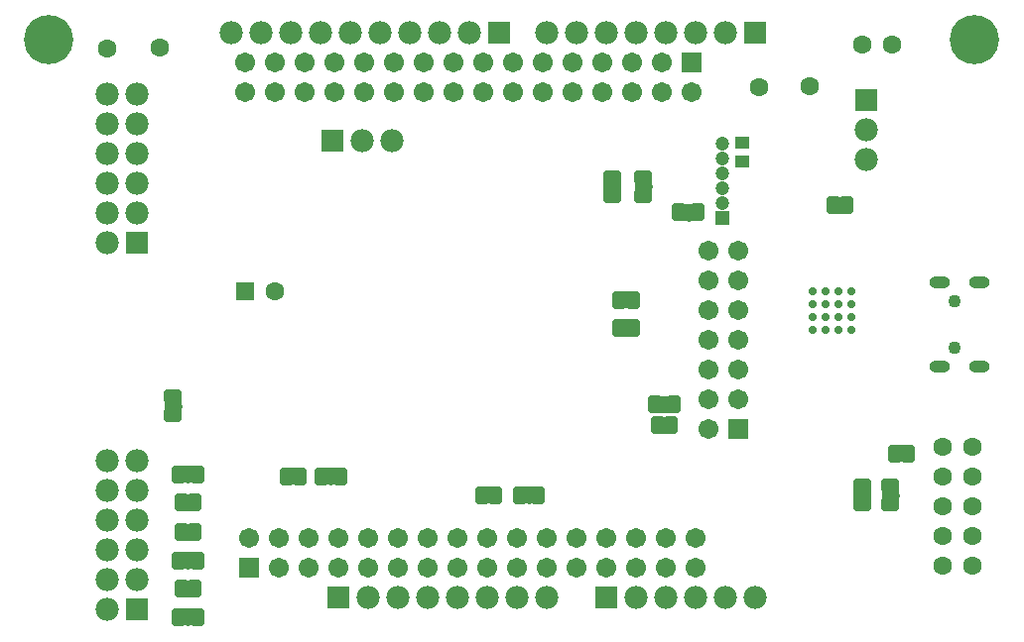
<source format=gbs>
G04 Layer_Color=16711935*
%FSLAX25Y25*%
%MOIN*%
G70*
G01*
G75*
%ADD75C,0.00787*%
%ADD88C,0.03150*%
G04:AMPARAMS|DCode=93|XSize=59.18mil|YSize=43.43mil|CornerRadius=7.54mil|HoleSize=0mil|Usage=FLASHONLY|Rotation=90.000|XOffset=0mil|YOffset=0mil|HoleType=Round|Shape=RoundedRectangle|*
%AMROUNDEDRECTD93*
21,1,0.05918,0.02835,0,0,90.0*
21,1,0.04409,0.04343,0,0,90.0*
1,1,0.01509,0.01417,0.02205*
1,1,0.01509,0.01417,-0.02205*
1,1,0.01509,-0.01417,-0.02205*
1,1,0.01509,-0.01417,0.02205*
%
%ADD93ROUNDEDRECTD93*%
%ADD109R,0.04737X0.04343*%
G04:AMPARAMS|DCode=115|XSize=59.18mil|YSize=43.43mil|CornerRadius=7.54mil|HoleSize=0mil|Usage=FLASHONLY|Rotation=0.000|XOffset=0mil|YOffset=0mil|HoleType=Round|Shape=RoundedRectangle|*
%AMROUNDEDRECTD115*
21,1,0.05918,0.02835,0,0,0.0*
21,1,0.04409,0.04343,0,0,0.0*
1,1,0.01509,0.02205,-0.01417*
1,1,0.01509,-0.02205,-0.01417*
1,1,0.01509,-0.02205,0.01417*
1,1,0.01509,0.02205,0.01417*
%
%ADD115ROUNDEDRECTD115*%
%ADD117C,0.06312*%
%ADD118C,0.06312*%
%ADD119R,0.06312X0.06312*%
%ADD120R,0.06706X0.06706*%
%ADD121C,0.06706*%
%ADD122R,0.07800X0.07800*%
%ADD123C,0.07800*%
%ADD124R,0.07800X0.07800*%
%ADD125C,0.04737*%
%ADD126R,0.04737X0.04737*%
%ADD127O,0.07099X0.03950*%
%ADD128C,0.04343*%
%ADD129R,0.06706X0.06706*%
%ADD130C,0.16548*%
%ADD131C,0.02769*%
D75*
X91733Y126341D02*
X95670D01*
X91733Y131459D02*
X95670D01*
X93800Y126439D02*
Y131459D01*
X104532Y126341D02*
X108468D01*
X104532Y131459D02*
X108468D01*
X171031Y125059D02*
X174969D01*
X171031Y119941D02*
X174969D01*
X216531Y155559D02*
X220468D01*
X216531Y150441D02*
X220468D01*
X224632Y220159D02*
X228569D01*
X224632Y215041D02*
X228569D01*
X214059Y224331D02*
Y228269D01*
X208941Y224331D02*
Y228269D01*
X203559Y224331D02*
Y228269D01*
X198441Y224331D02*
Y228269D01*
X56532Y84059D02*
X60469D01*
X56532Y78941D02*
X60469D01*
X56532Y103059D02*
X60469D01*
X56532Y97941D02*
X60469D01*
X56532Y132059D02*
X60469D01*
X56532Y126941D02*
X60469D01*
X50941Y150531D02*
Y154469D01*
X56059Y150531D02*
Y154469D01*
X291941Y120531D02*
Y124469D01*
X297059Y120531D02*
Y124469D01*
X282441Y120531D02*
Y124469D01*
X287559Y120531D02*
Y124469D01*
X159500Y120039D02*
Y125059D01*
X157433D02*
X161370D01*
X157433Y119941D02*
X161370D01*
X218500Y143441D02*
Y148461D01*
X216630Y143441D02*
X220567D01*
X216630Y148559D02*
X220567D01*
X277500Y217539D02*
Y222559D01*
X275433D02*
X279370D01*
X275433Y217441D02*
X279370D01*
X205600Y176239D02*
Y181259D01*
X203533D02*
X207470D01*
X203533Y176141D02*
X207470D01*
X205600Y185739D02*
Y190759D01*
X203533D02*
X207470D01*
X203533Y185641D02*
X207470D01*
X58500Y88441D02*
Y93461D01*
X56630Y88441D02*
X60567D01*
X56630Y93559D02*
X60567D01*
X58500Y107441D02*
Y112461D01*
X56630Y107441D02*
X60567D01*
X56630Y112559D02*
X60567D01*
X58500Y117441D02*
Y122461D01*
X56630Y117441D02*
X60567D01*
X56630Y122559D02*
X60567D01*
X296330Y139059D02*
X300267D01*
X296330Y133941D02*
X300267D01*
X298200D02*
Y138961D01*
D88*
X106500Y127522D02*
Y130278D01*
X173000Y121122D02*
Y123878D01*
X218500Y151622D02*
Y154378D01*
X226600Y216222D02*
Y218978D01*
X210122Y226300D02*
X212878D01*
X199622D02*
X202378D01*
X58500Y80122D02*
Y82878D01*
Y99122D02*
Y101878D01*
Y128122D02*
Y130878D01*
X52122Y152500D02*
X54878D01*
X293122Y122500D02*
X295878D01*
X283622D02*
X286378D01*
D93*
X96064Y128900D02*
D03*
X91536D02*
D03*
X109650D02*
D03*
X103350D02*
D03*
X169850Y122500D02*
D03*
X176150D02*
D03*
X215350Y153000D02*
D03*
X221650D02*
D03*
X229750Y217600D02*
D03*
X223450D02*
D03*
X55350Y81500D02*
D03*
X61650D02*
D03*
X55350Y100500D02*
D03*
X61650D02*
D03*
X55350Y129500D02*
D03*
X61650D02*
D03*
X157236Y122500D02*
D03*
X161764D02*
D03*
X220764Y146000D02*
D03*
X216236D02*
D03*
X275236Y220000D02*
D03*
X279764D02*
D03*
X203336Y178700D02*
D03*
X207864D02*
D03*
X203336Y188200D02*
D03*
X207864D02*
D03*
X60764Y91000D02*
D03*
X56236D02*
D03*
X60764Y110000D02*
D03*
X56236D02*
D03*
X60764Y120000D02*
D03*
X56236D02*
D03*
X295936Y136500D02*
D03*
X300464D02*
D03*
D109*
X244600Y240950D02*
D03*
Y234650D02*
D03*
D115*
X211500Y229450D02*
D03*
Y223150D02*
D03*
X201000Y229450D02*
D03*
Y223150D02*
D03*
X53500Y149350D02*
D03*
Y155650D02*
D03*
X294500Y119350D02*
D03*
Y125650D02*
D03*
X285000Y119350D02*
D03*
Y125650D02*
D03*
D117*
X295000Y274240D02*
D03*
X285000D02*
D03*
D118*
X312000Y108740D02*
D03*
X322000D02*
D03*
X312000Y118740D02*
D03*
Y138740D02*
D03*
X322000D02*
D03*
Y128740D02*
D03*
X312000D02*
D03*
X322000Y98740D02*
D03*
X312000D02*
D03*
X322000Y118740D02*
D03*
X87600Y191100D02*
D03*
X250400Y259700D02*
D03*
X267400Y260100D02*
D03*
X49000Y273200D02*
D03*
X31400Y272900D02*
D03*
D119*
X77600Y191100D02*
D03*
D120*
X79100Y98200D02*
D03*
X227816Y268071D02*
D03*
D121*
X79100Y108200D02*
D03*
X89100Y98200D02*
D03*
Y108200D02*
D03*
X99100Y98200D02*
D03*
Y108200D02*
D03*
X109100Y98200D02*
D03*
Y108200D02*
D03*
X119100Y98200D02*
D03*
Y108200D02*
D03*
X129100D02*
D03*
X139100Y98200D02*
D03*
Y108200D02*
D03*
X149100Y98200D02*
D03*
Y108200D02*
D03*
X159100Y98200D02*
D03*
Y108200D02*
D03*
X169100Y98200D02*
D03*
Y108200D02*
D03*
X179100Y98200D02*
D03*
Y108200D02*
D03*
X189100Y98200D02*
D03*
Y108200D02*
D03*
X199100Y98200D02*
D03*
Y108200D02*
D03*
X209100Y98200D02*
D03*
Y108200D02*
D03*
X219100Y98200D02*
D03*
Y108200D02*
D03*
X229100Y98200D02*
D03*
Y108200D02*
D03*
X129100Y98200D02*
D03*
X177816Y268071D02*
D03*
X77816Y258071D02*
D03*
Y268071D02*
D03*
X87816Y258071D02*
D03*
Y268071D02*
D03*
X97816Y258071D02*
D03*
Y268071D02*
D03*
X107816Y258071D02*
D03*
Y268071D02*
D03*
X117816Y258071D02*
D03*
Y268071D02*
D03*
X127816Y258071D02*
D03*
Y268071D02*
D03*
X137816Y258071D02*
D03*
Y268071D02*
D03*
X147816Y258071D02*
D03*
Y268071D02*
D03*
X157816Y258071D02*
D03*
Y268071D02*
D03*
X167816Y258071D02*
D03*
Y268071D02*
D03*
X177816Y258071D02*
D03*
X187816D02*
D03*
Y268071D02*
D03*
X197816Y258071D02*
D03*
Y268071D02*
D03*
X207816Y258071D02*
D03*
Y268071D02*
D03*
X217816Y258071D02*
D03*
Y268071D02*
D03*
X227816Y258071D02*
D03*
X233300Y204700D02*
D03*
X243300D02*
D03*
X233300Y194700D02*
D03*
X243300D02*
D03*
X233300Y184700D02*
D03*
X243300D02*
D03*
X233300Y174700D02*
D03*
X243300D02*
D03*
X233300Y164700D02*
D03*
X243300D02*
D03*
X233300Y154700D02*
D03*
X243300D02*
D03*
X233300Y144700D02*
D03*
D122*
X199016Y88071D02*
D03*
X249016Y278071D02*
D03*
X163031D02*
D03*
X107000Y241874D02*
D03*
X109016Y88071D02*
D03*
D123*
X209016D02*
D03*
X219016D02*
D03*
X229016D02*
D03*
X239016D02*
D03*
X249016D02*
D03*
X179016Y278071D02*
D03*
X239016D02*
D03*
X229016D02*
D03*
X219016D02*
D03*
X209016D02*
D03*
X199016D02*
D03*
X189016D02*
D03*
X41417Y217339D02*
D03*
Y227339D02*
D03*
Y237339D02*
D03*
Y247339D02*
D03*
Y257339D02*
D03*
X31417Y207339D02*
D03*
Y217339D02*
D03*
Y227339D02*
D03*
Y237339D02*
D03*
Y247339D02*
D03*
Y257339D02*
D03*
X153032Y278071D02*
D03*
X143032D02*
D03*
X133031D02*
D03*
X123031D02*
D03*
X113031D02*
D03*
X103032D02*
D03*
X93032D02*
D03*
X83031D02*
D03*
X73032D02*
D03*
X117000Y241874D02*
D03*
X127000D02*
D03*
X286500Y235374D02*
D03*
Y245374D02*
D03*
X31417Y134043D02*
D03*
Y124043D02*
D03*
Y114043D02*
D03*
Y104043D02*
D03*
Y94043D02*
D03*
Y84043D02*
D03*
X41417Y134043D02*
D03*
Y124043D02*
D03*
Y114043D02*
D03*
Y104043D02*
D03*
Y94043D02*
D03*
X179016Y88071D02*
D03*
X119016D02*
D03*
X129016D02*
D03*
X139016D02*
D03*
X149016D02*
D03*
X159016D02*
D03*
X169016D02*
D03*
D124*
X41417Y207339D02*
D03*
X286500Y255374D02*
D03*
X41417Y84043D02*
D03*
D125*
X238000Y240740D02*
D03*
Y225740D02*
D03*
Y235740D02*
D03*
Y230740D02*
D03*
Y220740D02*
D03*
D126*
Y215740D02*
D03*
D127*
X310890Y165825D02*
D03*
X324472D02*
D03*
Y193975D02*
D03*
X310890D02*
D03*
D128*
X316126Y187774D02*
D03*
Y172026D02*
D03*
D129*
X243300Y144700D02*
D03*
D130*
X322835Y275591D02*
D03*
X11811D02*
D03*
D131*
X281196Y190936D02*
D03*
Y186606D02*
D03*
Y182275D02*
D03*
Y177944D02*
D03*
X276865Y190936D02*
D03*
Y186606D02*
D03*
Y182275D02*
D03*
Y177944D02*
D03*
X272535Y190936D02*
D03*
Y186606D02*
D03*
Y182275D02*
D03*
Y177944D02*
D03*
X268204Y190936D02*
D03*
Y186606D02*
D03*
Y182275D02*
D03*
Y177944D02*
D03*
M02*

</source>
